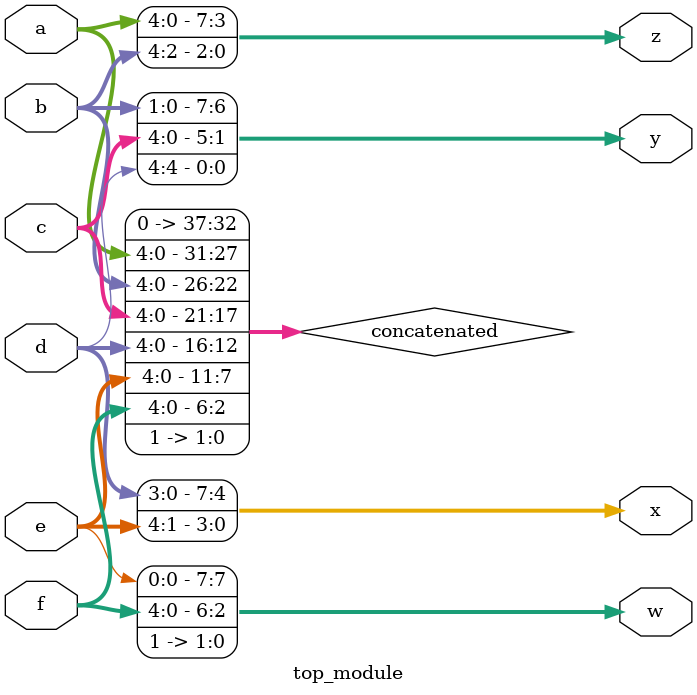
<source format=sv>
module top_module (
    input [4:0] a,
    input [4:0] b,
    input [4:0] c,
    input [4:0] d,
    input [4:0] e,
    input [4:0] f,
    output [7:0] w,
    output [7:0] x,
    output [7:0] y,
    output [7:0] z
);

    wire [37:0] concatenated;

    assign concatenated = {a, b, c, d, e, f, 2'b11};

    assign w = concatenated[7:0];
    assign x = concatenated[15:8];
    assign y = concatenated[23:16];
    assign z = concatenated[31:24];

endmodule

</source>
